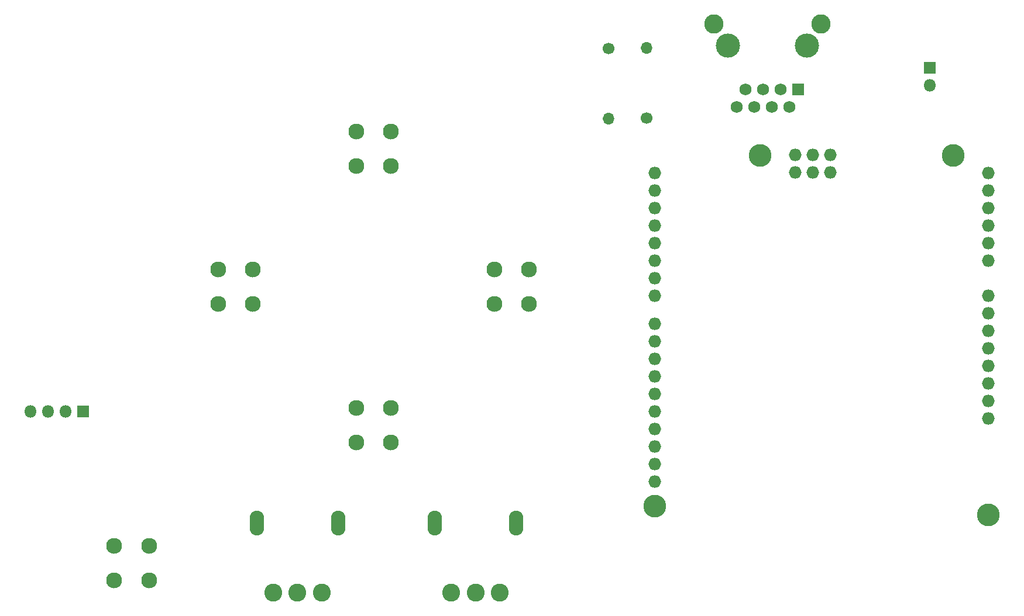
<source format=gbr>
G04 #@! TF.GenerationSoftware,KiCad,Pcbnew,(5.1.6)-1*
G04 #@! TF.CreationDate,2021-03-30T14:44:56-05:00*
G04 #@! TF.ProjectId,UIpcb,55497063-622e-46b6-9963-61645f706362,rev?*
G04 #@! TF.SameCoordinates,Original*
G04 #@! TF.FileFunction,Soldermask,Bot*
G04 #@! TF.FilePolarity,Negative*
%FSLAX46Y46*%
G04 Gerber Fmt 4.6, Leading zero omitted, Abs format (unit mm)*
G04 Created by KiCad (PCBNEW (5.1.6)-1) date 2021-03-30 14:44:56*
%MOMM*%
%LPD*%
G01*
G04 APERTURE LIST*
%ADD10C,2.600000*%
%ADD11O,2.100000X3.600000*%
%ADD12O,1.800000X1.800000*%
%ADD13R,1.800000X1.800000*%
%ADD14O,1.700000X1.700000*%
%ADD15C,1.700000*%
%ADD16O,1.827200X1.827200*%
%ADD17C,3.300000*%
%ADD18C,2.300000*%
%ADD19C,2.800000*%
%ADD20C,1.750000*%
%ADD21R,1.750000X1.750000*%
%ADD22C,3.500000*%
G04 APERTURE END LIST*
D10*
X117500000Y-134250000D03*
X114000000Y-134250000D03*
X110500000Y-134250000D03*
D11*
X119850000Y-124250000D03*
X108150000Y-124250000D03*
D10*
X143250000Y-134250000D03*
X139750000Y-134250000D03*
X136250000Y-134250000D03*
D11*
X145600000Y-124250000D03*
X133900000Y-124250000D03*
D12*
X75380000Y-108000000D03*
X77920000Y-108000000D03*
X80460000Y-108000000D03*
D13*
X83000000Y-108000000D03*
D14*
X164550000Y-55340000D03*
D15*
X164550000Y-65500000D03*
D14*
X159000000Y-65660000D03*
D15*
X159000000Y-55500000D03*
D16*
X186020000Y-73373000D03*
X213960000Y-73500000D03*
X213960000Y-76040000D03*
X213960000Y-78580000D03*
X213960000Y-81120000D03*
X213960000Y-83660000D03*
X213960000Y-109060000D03*
X165700000Y-102964000D03*
X165700000Y-105504000D03*
X165700000Y-108044000D03*
X165700000Y-113124000D03*
X165700000Y-115664000D03*
X165700000Y-118204000D03*
D17*
X213960000Y-123030000D03*
X165700000Y-121760000D03*
X180940000Y-70960000D03*
X208880000Y-70960000D03*
D16*
X165700000Y-100424000D03*
X165700000Y-97884000D03*
X165700000Y-95344000D03*
X165700000Y-110584000D03*
X165700000Y-91280000D03*
X165700000Y-88740000D03*
X165700000Y-86200000D03*
X165700000Y-83660000D03*
X165700000Y-81120000D03*
X165700000Y-78580000D03*
X165700000Y-76040000D03*
X165700000Y-73500000D03*
X213960000Y-106520000D03*
X213960000Y-103980000D03*
X213960000Y-101440000D03*
X213960000Y-98900000D03*
X213960000Y-96360000D03*
X213960000Y-93820000D03*
X213960000Y-91280000D03*
X213960000Y-86200000D03*
X186020000Y-70833000D03*
X188560000Y-73373000D03*
X188560000Y-70833000D03*
X191100000Y-70833000D03*
X191100000Y-73373000D03*
D18*
X92500000Y-127500000D03*
X92500000Y-132500000D03*
X87500000Y-132500000D03*
X87500000Y-127500000D03*
X127500000Y-107500000D03*
X127500000Y-112500000D03*
X122500000Y-112500000D03*
X122500000Y-107500000D03*
X147500000Y-87500000D03*
X147500000Y-92500000D03*
X142500000Y-92500000D03*
X142500000Y-87500000D03*
X107500000Y-87500000D03*
X107500000Y-92500000D03*
X102500000Y-92500000D03*
X102500000Y-87500000D03*
X127500000Y-67500000D03*
X127500000Y-72500000D03*
X122500000Y-72500000D03*
X122500000Y-67500000D03*
D19*
X174250000Y-51950000D03*
X189750000Y-51950000D03*
D20*
X177555000Y-63890000D03*
X178825000Y-61350000D03*
X180095000Y-63890000D03*
X181365000Y-61350000D03*
X182635000Y-63890000D03*
X183905000Y-61350000D03*
X185175000Y-63890000D03*
D21*
X186445000Y-61350000D03*
D22*
X176285000Y-55000000D03*
X187715000Y-55000000D03*
D12*
X205500000Y-60790000D03*
D13*
X205500000Y-58250000D03*
M02*

</source>
